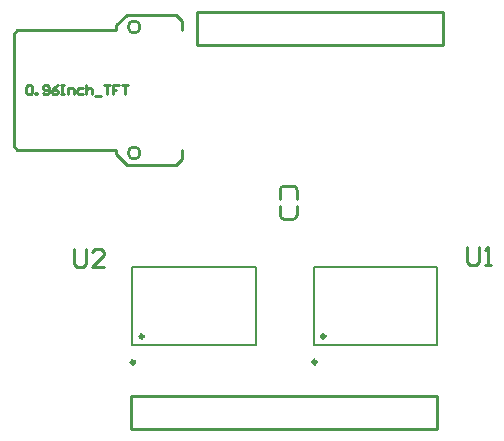
<source format=gto>
G04*
G04 #@! TF.GenerationSoftware,Altium Limited,Altium Designer,20.2.6 (244)*
G04*
G04 Layer_Color=65535*
%FSLAX25Y25*%
%MOIN*%
G70*
G04*
G04 #@! TF.SameCoordinates,AC53DD8C-A68E-409E-BB1C-E70DDFC25F91*
G04*
G04*
G04 #@! TF.FilePolarity,Positive*
G04*
G01*
G75*
%ADD10C,0.01000*%
%ADD11C,0.01181*%
%ADD12C,0.00600*%
D10*
X383500Y386500D02*
G03*
X383500Y386500I-2000J0D01*
G01*
Y344500D02*
G03*
X383500Y344500I-2000J0D01*
G01*
X435795Y332253D02*
G03*
X434576Y333472I-1220J0D01*
G01*
X431426D02*
G03*
X430206Y332253I-0J-1220D01*
G01*
X434553Y322466D02*
G03*
X435773Y323686I0J1220D01*
G01*
X430183D02*
G03*
X431403Y322466I1220J0D01*
G01*
X341300Y346700D02*
Y384300D01*
X342500Y385500D01*
X375500D01*
X341300Y346700D02*
X342500Y345500D01*
X375500D01*
X395500Y340500D02*
X397500Y342500D01*
Y345500D01*
X395500Y390500D02*
X397500Y388500D01*
Y385500D02*
Y388500D01*
X379000Y390500D02*
X395500D01*
X375500Y387000D02*
X379000Y390500D01*
X375500Y385500D02*
Y387000D01*
X379000Y340500D02*
X395500D01*
X375500Y344000D02*
X379000Y340500D01*
X375500Y344000D02*
Y345500D01*
X435772Y323687D02*
Y326836D01*
X431403Y322467D02*
X434553D01*
X430183Y323687D02*
Y326836D01*
X435795Y329103D02*
Y332253D01*
X430206Y329103D02*
Y332253D01*
X431426Y333472D02*
X434576D01*
X380408Y252500D02*
X482407D01*
Y263500D01*
X380408D02*
X482407D01*
X380408Y252500D02*
Y263500D01*
X484500Y380500D02*
Y391500D01*
X402500Y380500D02*
X484500D01*
X402500D02*
Y391500D01*
X484500D01*
X345500Y366499D02*
X346000Y366999D01*
X347000D01*
X347499Y366499D01*
Y364500D01*
X347000Y364000D01*
X346000D01*
X345500Y364500D01*
Y366499D01*
X348499Y364000D02*
Y364500D01*
X348999D01*
Y364000D01*
X348499D01*
X350998Y364500D02*
X351498Y364000D01*
X352498D01*
X352998Y364500D01*
Y366499D01*
X352498Y366999D01*
X351498D01*
X350998Y366499D01*
Y365999D01*
X351498Y365499D01*
X352998D01*
X355997Y366999D02*
X354997Y366499D01*
X353997Y365499D01*
Y364500D01*
X354497Y364000D01*
X355497D01*
X355997Y364500D01*
Y365000D01*
X355497Y365499D01*
X353997D01*
X356996Y366999D02*
X357996D01*
X357496D01*
Y364000D01*
X356996D01*
X357996D01*
X359495D02*
Y365999D01*
X360995D01*
X361495Y365499D01*
Y364000D01*
X364494Y365999D02*
X362994D01*
X362494Y365499D01*
Y364500D01*
X362994Y364000D01*
X364494D01*
X365493Y366999D02*
Y364000D01*
Y365499D01*
X365993Y365999D01*
X366993D01*
X367493Y365499D01*
Y364000D01*
X368493Y363500D02*
X370492D01*
X371492Y366999D02*
X373491D01*
X372491D01*
Y364000D01*
X376490Y366999D02*
X374491D01*
Y365499D01*
X375490D01*
X374491D01*
Y364000D01*
X377490Y366999D02*
X379489D01*
X378489D01*
Y364000D01*
X361502Y312499D02*
Y307501D01*
X362501Y306501D01*
X364501D01*
X365500Y307501D01*
Y312499D01*
X371498Y306501D02*
X367500D01*
X371498Y310500D01*
Y311499D01*
X370499Y312499D01*
X368499D01*
X367500Y311499D01*
X492501Y312999D02*
Y308001D01*
X493501Y307001D01*
X495500D01*
X496500Y308001D01*
Y312999D01*
X498499Y307001D02*
X500499D01*
X499499D01*
Y312999D01*
X498499Y311999D01*
D11*
X381680Y274798D02*
G03*
X381680Y274798I-591J0D01*
G01*
X384591Y283386D02*
G03*
X384591Y283386I-591J0D01*
G01*
X442212Y274798D02*
G03*
X442212Y274798I-591J0D01*
G01*
X445123Y283386D02*
G03*
X445123Y283386I-591J0D01*
G01*
D12*
X380924Y280424D02*
X422076D01*
Y306576D01*
X380924D02*
X422076D01*
X380924Y280424D02*
Y306576D01*
X441456Y280424D02*
X482607D01*
Y306576D01*
X441456D02*
X482607D01*
X441456Y280424D02*
Y306576D01*
M02*

</source>
